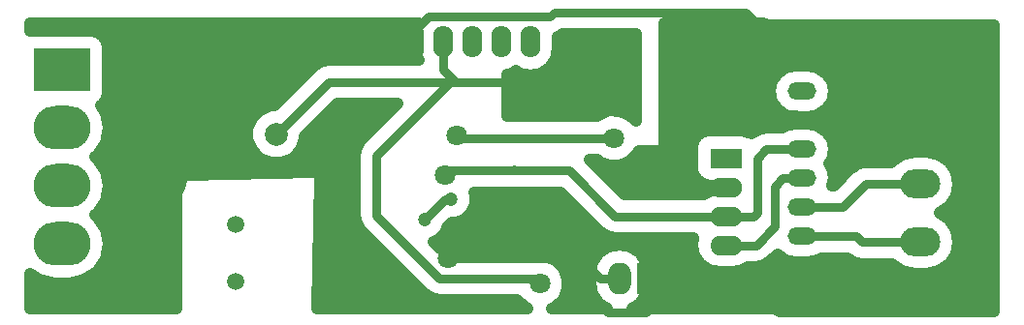
<source format=gbr>
G04 #@! TF.FileFunction,Copper,L2,Bot,Signal*
%FSLAX46Y46*%
G04 Gerber Fmt 4.6, Leading zero omitted, Abs format (unit mm)*
G04 Created by KiCad (PCBNEW 4.0.6) date Sunday, 07 May 2023 'AMt' 11:57:23*
%MOMM*%
%LPD*%
G01*
G04 APERTURE LIST*
%ADD10C,0.100000*%
%ADD11C,1.500000*%
%ADD12R,1.727200X2.032000*%
%ADD13O,1.727200X2.800000*%
%ADD14O,5.000000X3.810000*%
%ADD15R,5.000000X3.810000*%
%ADD16R,3.500000X2.540000*%
%ADD17O,3.500000X2.540000*%
%ADD18R,2.032000X2.800000*%
%ADD19O,2.032000X2.800000*%
%ADD20R,2.800000X1.727200*%
%ADD21O,2.800000X1.727200*%
%ADD22O,2.500000X1.524000*%
%ADD23C,1.800000*%
%ADD24C,2.000000*%
%ADD25C,1.200000*%
%ADD26C,0.800000*%
%ADD27C,1.000000*%
G04 APERTURE END LIST*
D10*
D11*
X20190000Y4490000D03*
X20190000Y9490000D03*
D12*
X35770000Y25490000D03*
D13*
X38310000Y25490000D03*
X40850000Y25490000D03*
X43390000Y25490000D03*
X45930000Y25490000D03*
D14*
X5010000Y17940000D03*
X5010000Y12860000D03*
D15*
X5010000Y23020000D03*
D14*
X5010000Y7780000D03*
D16*
X79980000Y18130000D03*
D17*
X79980000Y13050000D03*
X79980000Y7970000D03*
D18*
X56230000Y4800000D03*
D19*
X53690000Y4800000D03*
D20*
X62980000Y15300000D03*
D21*
X62980000Y12760000D03*
X62980000Y10220000D03*
X62980000Y7680000D03*
D22*
X69610000Y16070000D03*
X69610000Y18610000D03*
X69610000Y21150000D03*
X69610000Y13530000D03*
X69610000Y10990000D03*
X69610000Y8450000D03*
D23*
X38730000Y6550000D03*
D24*
X58900000Y19130000D03*
X65340000Y26480000D03*
D25*
X38962000Y11734000D03*
X36676000Y9956000D03*
D23*
X46730000Y4300000D03*
D24*
X23730000Y17410000D03*
X49340000Y25530000D03*
D23*
X53230000Y17050000D03*
X39480000Y17300000D03*
X38480000Y13800000D03*
X49480000Y8300000D03*
D26*
X38730000Y6550000D02*
X47980000Y6550000D01*
X56230000Y2050000D02*
X56230000Y4800000D01*
X55980000Y1800000D02*
X56230000Y2050000D01*
X52730000Y1800000D02*
X55980000Y1800000D01*
X47980000Y6550000D02*
X52730000Y1800000D01*
X69610000Y18610000D02*
X79500000Y18610000D01*
X79500000Y18610000D02*
X79980000Y18130000D01*
X58900000Y19130000D02*
X69090000Y19130000D01*
X69090000Y19130000D02*
X69610000Y18610000D01*
X62980000Y12760000D02*
X60770000Y12760000D01*
X59980000Y18050000D02*
X58900000Y19130000D01*
X59980000Y13550000D02*
X59980000Y18050000D01*
X60770000Y12760000D02*
X59980000Y13550000D01*
X38730000Y6550000D02*
X39480000Y7300000D01*
X35770000Y25490000D02*
X35770000Y26400000D01*
X35770000Y26400000D02*
X37070000Y27700000D01*
X65340000Y27430000D02*
X65340000Y26480000D01*
X64690000Y28080000D02*
X65340000Y27430000D01*
X48000000Y28080000D02*
X64690000Y28080000D01*
X47620000Y27700000D02*
X48000000Y28080000D01*
X37070000Y27700000D02*
X47620000Y27700000D01*
X65340000Y25570000D02*
X65340000Y26480000D01*
X58900000Y19130000D02*
X65340000Y25570000D01*
X38454000Y11734000D02*
X38962000Y11734000D01*
X36676000Y9956000D02*
X38454000Y11734000D01*
X46230000Y4800000D02*
X37980000Y4800000D01*
X46730000Y4300000D02*
X46230000Y4800000D01*
X23730000Y17410000D02*
X28285000Y21965000D01*
X38310000Y23070000D02*
X38310000Y25490000D01*
X38895000Y21965000D02*
X39415000Y21965000D01*
X32480000Y15550000D02*
X38895000Y21965000D01*
X32480000Y10300000D02*
X32480000Y15550000D01*
X37980000Y4800000D02*
X32480000Y10300000D01*
X39440000Y21940000D02*
X39415000Y21965000D01*
X49340000Y25530000D02*
X49300000Y25490000D01*
X49300000Y22250000D02*
X48990000Y21940000D01*
X49300000Y25490000D02*
X49300000Y22250000D01*
X48990000Y21940000D02*
X39440000Y21940000D01*
X28285000Y21965000D02*
X39415000Y21965000D01*
X39415000Y21965000D02*
X38310000Y23070000D01*
X39730000Y17050000D02*
X53230000Y17050000D01*
X39480000Y17300000D02*
X39730000Y17050000D01*
X62980000Y7680000D02*
X65610000Y7680000D01*
X67960000Y13530000D02*
X69610000Y13530000D01*
X67230000Y12800000D02*
X67960000Y13530000D01*
X67230000Y9300000D02*
X67230000Y12800000D01*
X65610000Y7680000D02*
X67230000Y9300000D01*
X44480000Y14220000D02*
X49310000Y14220000D01*
X38480000Y13800000D02*
X38900000Y14220000D01*
X38900000Y14220000D02*
X44400000Y14220000D01*
X44400000Y14220000D02*
X44480000Y14300000D01*
X44480000Y14300000D02*
X44480000Y14220000D01*
X53310000Y10220000D02*
X62980000Y10220000D01*
X49310000Y14220000D02*
X53310000Y10220000D01*
X62980000Y10220000D02*
X65400000Y10220000D01*
X66500000Y16070000D02*
X69610000Y16070000D01*
X65730000Y15300000D02*
X66500000Y16070000D01*
X65730000Y10550000D02*
X65730000Y15300000D01*
X65400000Y10220000D02*
X65730000Y10550000D01*
X51980000Y4800000D02*
X53690000Y4800000D01*
X49980000Y6800000D02*
X51980000Y4800000D01*
X49980000Y7800000D02*
X49980000Y6800000D01*
X49480000Y8300000D02*
X49980000Y7800000D01*
X69610000Y10990000D02*
X73170000Y10990000D01*
X75230000Y13050000D02*
X79980000Y13050000D01*
X73170000Y10990000D02*
X75230000Y13050000D01*
X69610000Y8450000D02*
X74380000Y8450000D01*
X74860000Y7970000D02*
X79980000Y7970000D01*
X74380000Y8450000D02*
X74860000Y7970000D01*
D27*
G36*
X55130000Y18543760D02*
X54591266Y19083435D01*
X53709484Y19449583D01*
X52754705Y19450416D01*
X51872285Y19085808D01*
X51736240Y18950000D01*
X43860000Y18950000D01*
X43860000Y22626675D01*
X44294511Y22713104D01*
X44660000Y22957316D01*
X45025489Y22713104D01*
X45930000Y22533186D01*
X46834511Y22713104D01*
X47601318Y23225468D01*
X48113682Y23992275D01*
X48293600Y24896786D01*
X48293600Y25933987D01*
X48347099Y25944629D01*
X48699357Y26180000D01*
X55130000Y26180000D01*
X55130000Y18543760D01*
X55130000Y18543760D01*
G37*
X55130000Y18543760D02*
X54591266Y19083435D01*
X53709484Y19449583D01*
X52754705Y19450416D01*
X51872285Y19085808D01*
X51736240Y18950000D01*
X43860000Y18950000D01*
X43860000Y22626675D01*
X44294511Y22713104D01*
X44660000Y22957316D01*
X45025489Y22713104D01*
X45930000Y22533186D01*
X46834511Y22713104D01*
X47601318Y23225468D01*
X48113682Y23992275D01*
X48293600Y24896786D01*
X48293600Y25933987D01*
X48347099Y25944629D01*
X48699357Y26180000D01*
X55130000Y26180000D01*
X55130000Y18543760D01*
G36*
X66730000Y26975000D02*
X86405000Y26975000D01*
X86405000Y1875000D01*
X67702416Y1875000D01*
X67492726Y2015110D01*
X66890000Y2135000D01*
X54802934Y2135000D01*
X55469081Y2580105D01*
X56014481Y3396354D01*
X56206000Y4359186D01*
X56206000Y5240814D01*
X56014481Y6203646D01*
X55469081Y7019895D01*
X54652832Y7565295D01*
X53690000Y7756814D01*
X52727168Y7565295D01*
X51910919Y7019895D01*
X51365519Y6203646D01*
X51174000Y5240814D01*
X51174000Y4359186D01*
X51365519Y3396354D01*
X51910919Y2580105D01*
X52577066Y2135000D01*
X47775046Y2135000D01*
X48087715Y2264192D01*
X48763435Y2938734D01*
X49129583Y3820516D01*
X49130416Y4775295D01*
X48765808Y5657715D01*
X48091266Y6333435D01*
X47209484Y6699583D01*
X46254705Y6700416D01*
X46245997Y6696818D01*
X46230000Y6700000D01*
X38767006Y6700000D01*
X37459481Y8007525D01*
X37864000Y8174669D01*
X38455255Y8764893D01*
X38656464Y9249458D01*
X39040937Y9633931D01*
X39377883Y9633637D01*
X40150000Y9952669D01*
X40741255Y10542893D01*
X41061634Y11314452D01*
X41062363Y12149883D01*
X40992072Y12320000D01*
X44400000Y12320000D01*
X44440000Y12327956D01*
X44480000Y12320000D01*
X48522994Y12320000D01*
X51966497Y8876497D01*
X52582901Y8464629D01*
X53310000Y8320000D01*
X60150490Y8320000D01*
X60023186Y7680000D01*
X60203104Y6775489D01*
X60715468Y6008682D01*
X61482275Y5496318D01*
X62386786Y5316400D01*
X63573214Y5316400D01*
X64477725Y5496318D01*
X64902285Y5780000D01*
X65610000Y5780000D01*
X66337099Y5924629D01*
X66953503Y6336497D01*
X67468200Y6851194D01*
X67468648Y6850524D01*
X68202494Y6360184D01*
X69068124Y6188000D01*
X70151876Y6188000D01*
X71017506Y6360184D01*
X71301586Y6550000D01*
X73630983Y6550000D01*
X74132902Y6214628D01*
X74860000Y6069999D01*
X74860005Y6070000D01*
X77438430Y6070000D01*
X77477643Y6011314D01*
X78376296Y5410854D01*
X79436329Y5200000D01*
X80523671Y5200000D01*
X81583704Y5410854D01*
X82482357Y6011314D01*
X83082817Y6909967D01*
X83293671Y7970000D01*
X83082817Y9030033D01*
X82482357Y9928686D01*
X81612358Y10510000D01*
X82482357Y11091314D01*
X83082817Y11989967D01*
X83293671Y13050000D01*
X83082817Y14110033D01*
X82482357Y15008686D01*
X81583704Y15609146D01*
X80523671Y15820000D01*
X79436329Y15820000D01*
X78376296Y15609146D01*
X77477643Y15008686D01*
X77438430Y14950000D01*
X75230000Y14950000D01*
X74502901Y14805371D01*
X74086436Y14527098D01*
X73886497Y14393503D01*
X72382994Y12890000D01*
X72286572Y12890000D01*
X72413876Y13530000D01*
X72241692Y14395630D01*
X71971501Y14800000D01*
X72241692Y15204370D01*
X72413876Y16070000D01*
X72241692Y16935630D01*
X71751352Y17669476D01*
X71017506Y18159816D01*
X70151876Y18332000D01*
X69068124Y18332000D01*
X68202494Y18159816D01*
X67918414Y17970000D01*
X66500000Y17970000D01*
X65772901Y17825371D01*
X65394441Y17572492D01*
X65182387Y17430802D01*
X64975017Y17572492D01*
X64380000Y17692986D01*
X61580000Y17692986D01*
X61024133Y17588393D01*
X60513604Y17259876D01*
X60171108Y16758617D01*
X60050614Y16163600D01*
X60050614Y14436400D01*
X60155207Y13880533D01*
X60483724Y13370004D01*
X60984983Y13027508D01*
X61580000Y12907014D01*
X63830000Y12907014D01*
X63830000Y12532522D01*
X63573214Y12583600D01*
X62386786Y12583600D01*
X61482275Y12403682D01*
X61057715Y12120000D01*
X54097006Y12120000D01*
X51067006Y15150000D01*
X51735532Y15150000D01*
X51868734Y15016565D01*
X52750516Y14650417D01*
X53705295Y14649584D01*
X54587715Y15014192D01*
X55263435Y15688734D01*
X55359465Y15920000D01*
X57110000Y15920000D01*
X57304528Y15959393D01*
X57468404Y16071365D01*
X57575805Y16238271D01*
X57610000Y16420000D01*
X57610000Y21150000D01*
X66806124Y21150000D01*
X66978308Y20284370D01*
X67468648Y19550524D01*
X68202494Y19060184D01*
X69068124Y18888000D01*
X70151876Y18888000D01*
X71017506Y19060184D01*
X71751352Y19550524D01*
X72241692Y20284370D01*
X72413876Y21150000D01*
X72241692Y22015630D01*
X71751352Y22749476D01*
X71017506Y23239816D01*
X70151876Y23412000D01*
X69068124Y23412000D01*
X68202494Y23239816D01*
X67468648Y22749476D01*
X66978308Y22015630D01*
X66806124Y21150000D01*
X57610000Y21150000D01*
X57610000Y27075000D01*
X66227267Y27075000D01*
X66730000Y26975000D01*
X66730000Y26975000D01*
G37*
X66730000Y26975000D02*
X86405000Y26975000D01*
X86405000Y1875000D01*
X67702416Y1875000D01*
X67492726Y2015110D01*
X66890000Y2135000D01*
X54802934Y2135000D01*
X55469081Y2580105D01*
X56014481Y3396354D01*
X56206000Y4359186D01*
X56206000Y5240814D01*
X56014481Y6203646D01*
X55469081Y7019895D01*
X54652832Y7565295D01*
X53690000Y7756814D01*
X52727168Y7565295D01*
X51910919Y7019895D01*
X51365519Y6203646D01*
X51174000Y5240814D01*
X51174000Y4359186D01*
X51365519Y3396354D01*
X51910919Y2580105D01*
X52577066Y2135000D01*
X47775046Y2135000D01*
X48087715Y2264192D01*
X48763435Y2938734D01*
X49129583Y3820516D01*
X49130416Y4775295D01*
X48765808Y5657715D01*
X48091266Y6333435D01*
X47209484Y6699583D01*
X46254705Y6700416D01*
X46245997Y6696818D01*
X46230000Y6700000D01*
X38767006Y6700000D01*
X37459481Y8007525D01*
X37864000Y8174669D01*
X38455255Y8764893D01*
X38656464Y9249458D01*
X39040937Y9633931D01*
X39377883Y9633637D01*
X40150000Y9952669D01*
X40741255Y10542893D01*
X41061634Y11314452D01*
X41062363Y12149883D01*
X40992072Y12320000D01*
X44400000Y12320000D01*
X44440000Y12327956D01*
X44480000Y12320000D01*
X48522994Y12320000D01*
X51966497Y8876497D01*
X52582901Y8464629D01*
X53310000Y8320000D01*
X60150490Y8320000D01*
X60023186Y7680000D01*
X60203104Y6775489D01*
X60715468Y6008682D01*
X61482275Y5496318D01*
X62386786Y5316400D01*
X63573214Y5316400D01*
X64477725Y5496318D01*
X64902285Y5780000D01*
X65610000Y5780000D01*
X66337099Y5924629D01*
X66953503Y6336497D01*
X67468200Y6851194D01*
X67468648Y6850524D01*
X68202494Y6360184D01*
X69068124Y6188000D01*
X70151876Y6188000D01*
X71017506Y6360184D01*
X71301586Y6550000D01*
X73630983Y6550000D01*
X74132902Y6214628D01*
X74860000Y6069999D01*
X74860005Y6070000D01*
X77438430Y6070000D01*
X77477643Y6011314D01*
X78376296Y5410854D01*
X79436329Y5200000D01*
X80523671Y5200000D01*
X81583704Y5410854D01*
X82482357Y6011314D01*
X83082817Y6909967D01*
X83293671Y7970000D01*
X83082817Y9030033D01*
X82482357Y9928686D01*
X81612358Y10510000D01*
X82482357Y11091314D01*
X83082817Y11989967D01*
X83293671Y13050000D01*
X83082817Y14110033D01*
X82482357Y15008686D01*
X81583704Y15609146D01*
X80523671Y15820000D01*
X79436329Y15820000D01*
X78376296Y15609146D01*
X77477643Y15008686D01*
X77438430Y14950000D01*
X75230000Y14950000D01*
X74502901Y14805371D01*
X74086436Y14527098D01*
X73886497Y14393503D01*
X72382994Y12890000D01*
X72286572Y12890000D01*
X72413876Y13530000D01*
X72241692Y14395630D01*
X71971501Y14800000D01*
X72241692Y15204370D01*
X72413876Y16070000D01*
X72241692Y16935630D01*
X71751352Y17669476D01*
X71017506Y18159816D01*
X70151876Y18332000D01*
X69068124Y18332000D01*
X68202494Y18159816D01*
X67918414Y17970000D01*
X66500000Y17970000D01*
X65772901Y17825371D01*
X65394441Y17572492D01*
X65182387Y17430802D01*
X64975017Y17572492D01*
X64380000Y17692986D01*
X61580000Y17692986D01*
X61024133Y17588393D01*
X60513604Y17259876D01*
X60171108Y16758617D01*
X60050614Y16163600D01*
X60050614Y14436400D01*
X60155207Y13880533D01*
X60483724Y13370004D01*
X60984983Y13027508D01*
X61580000Y12907014D01*
X63830000Y12907014D01*
X63830000Y12532522D01*
X63573214Y12583600D01*
X62386786Y12583600D01*
X61482275Y12403682D01*
X61057715Y12120000D01*
X54097006Y12120000D01*
X51067006Y15150000D01*
X51735532Y15150000D01*
X51868734Y15016565D01*
X52750516Y14650417D01*
X53705295Y14649584D01*
X54587715Y15014192D01*
X55263435Y15688734D01*
X55359465Y15920000D01*
X57110000Y15920000D01*
X57304528Y15959393D01*
X57468404Y16071365D01*
X57575805Y16238271D01*
X57610000Y16420000D01*
X57610000Y21150000D01*
X66806124Y21150000D01*
X66978308Y20284370D01*
X67468648Y19550524D01*
X68202494Y19060184D01*
X69068124Y18888000D01*
X70151876Y18888000D01*
X71017506Y19060184D01*
X71751352Y19550524D01*
X72241692Y20284370D01*
X72413876Y21150000D01*
X72241692Y22015630D01*
X71751352Y22749476D01*
X71017506Y23239816D01*
X70151876Y23412000D01*
X69068124Y23412000D01*
X68202494Y23239816D01*
X67468648Y22749476D01*
X66978308Y22015630D01*
X66806124Y21150000D01*
X57610000Y21150000D01*
X57610000Y27075000D01*
X66227267Y27075000D01*
X66730000Y26975000D01*
G36*
X36126318Y26987725D02*
X35946400Y26083214D01*
X35946400Y24896786D01*
X36126318Y23992275D01*
X36211360Y23865000D01*
X28285000Y23865000D01*
X27557902Y23720372D01*
X26941497Y23308503D01*
X23543158Y19910164D01*
X23234901Y19910433D01*
X22315714Y19530633D01*
X21611839Y18827985D01*
X21230435Y17909462D01*
X21229567Y16914901D01*
X21609367Y15995714D01*
X22312015Y15291839D01*
X23230538Y14910435D01*
X24225099Y14909567D01*
X25144286Y15289367D01*
X25848161Y15992015D01*
X26229565Y16910538D01*
X26229838Y17222832D01*
X29072006Y20065000D01*
X34307994Y20065000D01*
X31136497Y16893503D01*
X30724629Y16277099D01*
X30580000Y15550000D01*
X30580000Y10300000D01*
X30724629Y9572901D01*
X30989096Y9177098D01*
X31136497Y8956497D01*
X36636497Y3456497D01*
X37252902Y3044628D01*
X37980000Y2900000D01*
X44736403Y2900000D01*
X45368734Y2266565D01*
X45685578Y2135000D01*
X27260890Y2135000D01*
X27519871Y13548658D01*
X27481236Y13753032D01*
X27369797Y13917271D01*
X27203239Y14025213D01*
X27007809Y14059851D01*
X15937809Y13789851D01*
X15692212Y13718422D01*
X15545842Y13584375D01*
X15463156Y13403942D01*
X15293976Y12681082D01*
X15146447Y12533553D01*
X15039393Y12374528D01*
X15000000Y12180000D01*
X15000000Y2135000D01*
X2235000Y2135000D01*
X2235000Y5167796D01*
X3033598Y4634190D01*
X4336635Y4375000D01*
X5683365Y4375000D01*
X6986402Y4634190D01*
X8091064Y5372301D01*
X8829175Y6476963D01*
X9088365Y7780000D01*
X8829175Y9083037D01*
X8091064Y10187699D01*
X7893061Y10320000D01*
X8091064Y10452301D01*
X8829175Y11556963D01*
X9088365Y12860000D01*
X8829175Y14163037D01*
X8091064Y15267699D01*
X7893061Y15400000D01*
X8091064Y15532301D01*
X8829175Y16636963D01*
X9088365Y17940000D01*
X8829175Y19243037D01*
X8390714Y19899241D01*
X8576396Y20018724D01*
X8918892Y20519983D01*
X9039386Y21115000D01*
X9039386Y24925000D01*
X8934793Y25480867D01*
X8606276Y25991396D01*
X8105017Y26333892D01*
X7510000Y26454386D01*
X2510000Y26454386D01*
X2235000Y26402641D01*
X2235000Y27075000D01*
X36184633Y27075000D01*
X36126318Y26987725D01*
X36126318Y26987725D01*
G37*
X36126318Y26987725D02*
X35946400Y26083214D01*
X35946400Y24896786D01*
X36126318Y23992275D01*
X36211360Y23865000D01*
X28285000Y23865000D01*
X27557902Y23720372D01*
X26941497Y23308503D01*
X23543158Y19910164D01*
X23234901Y19910433D01*
X22315714Y19530633D01*
X21611839Y18827985D01*
X21230435Y17909462D01*
X21229567Y16914901D01*
X21609367Y15995714D01*
X22312015Y15291839D01*
X23230538Y14910435D01*
X24225099Y14909567D01*
X25144286Y15289367D01*
X25848161Y15992015D01*
X26229565Y16910538D01*
X26229838Y17222832D01*
X29072006Y20065000D01*
X34307994Y20065000D01*
X31136497Y16893503D01*
X30724629Y16277099D01*
X30580000Y15550000D01*
X30580000Y10300000D01*
X30724629Y9572901D01*
X30989096Y9177098D01*
X31136497Y8956497D01*
X36636497Y3456497D01*
X37252902Y3044628D01*
X37980000Y2900000D01*
X44736403Y2900000D01*
X45368734Y2266565D01*
X45685578Y2135000D01*
X27260890Y2135000D01*
X27519871Y13548658D01*
X27481236Y13753032D01*
X27369797Y13917271D01*
X27203239Y14025213D01*
X27007809Y14059851D01*
X15937809Y13789851D01*
X15692212Y13718422D01*
X15545842Y13584375D01*
X15463156Y13403942D01*
X15293976Y12681082D01*
X15146447Y12533553D01*
X15039393Y12374528D01*
X15000000Y12180000D01*
X15000000Y2135000D01*
X2235000Y2135000D01*
X2235000Y5167796D01*
X3033598Y4634190D01*
X4336635Y4375000D01*
X5683365Y4375000D01*
X6986402Y4634190D01*
X8091064Y5372301D01*
X8829175Y6476963D01*
X9088365Y7780000D01*
X8829175Y9083037D01*
X8091064Y10187699D01*
X7893061Y10320000D01*
X8091064Y10452301D01*
X8829175Y11556963D01*
X9088365Y12860000D01*
X8829175Y14163037D01*
X8091064Y15267699D01*
X7893061Y15400000D01*
X8091064Y15532301D01*
X8829175Y16636963D01*
X9088365Y17940000D01*
X8829175Y19243037D01*
X8390714Y19899241D01*
X8576396Y20018724D01*
X8918892Y20519983D01*
X9039386Y21115000D01*
X9039386Y24925000D01*
X8934793Y25480867D01*
X8606276Y25991396D01*
X8105017Y26333892D01*
X7510000Y26454386D01*
X2510000Y26454386D01*
X2235000Y26402641D01*
X2235000Y27075000D01*
X36184633Y27075000D01*
X36126318Y26987725D01*
M02*

</source>
